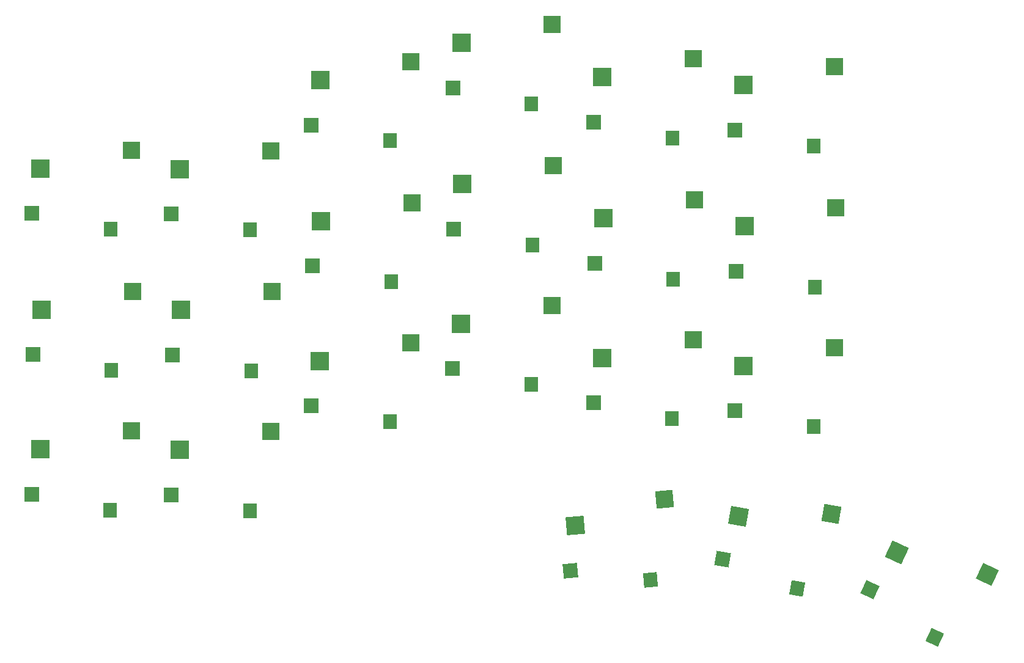
<source format=gbp>
%TF.GenerationSoftware,KiCad,Pcbnew,7.0.6*%
%TF.CreationDate,2023-08-11T19:56:51+07:00*%
%TF.ProjectId,keyboard_pcb,6b657962-6f61-4726-945f-7063622e6b69,rev1.0*%
%TF.SameCoordinates,Original*%
%TF.FileFunction,Paste,Bot*%
%TF.FilePolarity,Positive*%
%FSLAX46Y46*%
G04 Gerber Fmt 4.6, Leading zero omitted, Abs format (unit mm)*
G04 Created by KiCad (PCBNEW 7.0.6) date 2023-08-11 19:56:51*
%MOMM*%
%LPD*%
G01*
G04 APERTURE LIST*
G04 Aperture macros list*
%AMRotRect*
0 Rectangle, with rotation*
0 The origin of the aperture is its center*
0 $1 length*
0 $2 width*
0 $3 Rotation angle, in degrees counterclockwise*
0 Add horizontal line*
21,1,$1,$2,0,0,$3*%
G04 Aperture macros list end*
%ADD10R,2.400000X2.400000*%
%ADD11R,1.900000X2.000000*%
%ADD12R,2.500000X2.500000*%
%ADD13R,2.000000X2.000000*%
%ADD14RotRect,2.000000X2.000000X350.000000*%
%ADD15RotRect,2.500000X2.500000X350.000000*%
%ADD16RotRect,1.900000X2.000000X350.000000*%
%ADD17RotRect,2.400000X2.400000X350.000000*%
%ADD18RotRect,2.000000X2.000000X335.000000*%
%ADD19RotRect,2.500000X2.500000X335.000000*%
%ADD20RotRect,1.900000X2.000000X335.000000*%
%ADD21RotRect,2.400000X2.400000X335.000000*%
%ADD22RotRect,2.000000X2.000000X5.000000*%
%ADD23RotRect,2.500000X2.500000X5.000000*%
%ADD24RotRect,1.900000X2.000000X5.000000*%
%ADD25RotRect,2.400000X2.400000X5.000000*%
G04 APERTURE END LIST*
D10*
%TO.C,K03*%
X156576000Y-40894000D03*
D11*
X153676000Y-51874000D03*
D12*
X143976000Y-43434000D03*
D13*
X142776000Y-49674000D03*
%TD*%
D14*
%TO.C,K31*%
X180130559Y-114987238D03*
D15*
X182395893Y-109050416D03*
D16*
X190482937Y-119046581D03*
D17*
X195245537Y-108736971D03*
%TD*%
D18*
%TO.C,K32*%
X200596319Y-119210231D03*
D19*
X204321027Y-114062012D03*
D20*
X209545314Y-125810647D03*
D21*
X216813955Y-117084981D03*
%TD*%
D22*
%TO.C,K30*%
X159099699Y-116608382D03*
D23*
X159751281Y-110287540D03*
D24*
X170149964Y-117850013D03*
D25*
X172081959Y-106659043D03*
%TD*%
D10*
%TO.C,K25*%
X195630000Y-85664000D03*
D11*
X192730000Y-96644000D03*
D12*
X183030000Y-88204000D03*
D13*
X181830000Y-94444000D03*
%TD*%
D10*
%TO.C,K24*%
X176054000Y-84564000D03*
D11*
X173154000Y-95544000D03*
D12*
X163454000Y-87104000D03*
D13*
X162254000Y-93344000D03*
%TD*%
D10*
%TO.C,K23*%
X156530000Y-79818000D03*
D11*
X153630000Y-90798000D03*
D12*
X143930000Y-82358000D03*
D13*
X142730000Y-88598000D03*
%TD*%
D10*
%TO.C,K22*%
X136966000Y-84974000D03*
D11*
X134066000Y-95954000D03*
D12*
X124366000Y-87514000D03*
D13*
X123166000Y-93754000D03*
%TD*%
D10*
%TO.C,K21*%
X117567000Y-97310000D03*
D11*
X114667000Y-108290000D03*
D12*
X104967000Y-99850000D03*
D13*
X103767000Y-106090000D03*
%TD*%
D10*
%TO.C,K20*%
X98257000Y-97234000D03*
D11*
X95357000Y-108214000D03*
D12*
X85657000Y-99774000D03*
D13*
X84457000Y-106014000D03*
%TD*%
%TO.C,K15*%
X182004000Y-75074000D03*
D12*
X183204000Y-68834000D03*
D11*
X192904000Y-77274000D03*
D10*
X195804000Y-66294000D03*
%TD*%
D13*
%TO.C,K14*%
X162428000Y-73974000D03*
D12*
X163628000Y-67734000D03*
D11*
X173328000Y-76174000D03*
D10*
X176228000Y-65194000D03*
%TD*%
D13*
%TO.C,K13*%
X142904000Y-69228000D03*
D12*
X144104000Y-62988000D03*
D11*
X153804000Y-71428000D03*
D10*
X156704000Y-60448000D03*
%TD*%
D13*
%TO.C,K12*%
X123340000Y-74384000D03*
D12*
X124540000Y-68144000D03*
D11*
X134240000Y-76584000D03*
D10*
X137140000Y-65604000D03*
%TD*%
D13*
%TO.C,K11*%
X103941000Y-86720000D03*
D12*
X105141000Y-80480000D03*
D11*
X114841000Y-88920000D03*
D10*
X117741000Y-77940000D03*
%TD*%
D13*
%TO.C,K10*%
X84631000Y-86644000D03*
D12*
X85831000Y-80404000D03*
D11*
X95531000Y-88844000D03*
D10*
X98431000Y-77864000D03*
%TD*%
%TO.C,K05*%
X195676000Y-46740000D03*
D11*
X192776000Y-57720000D03*
D12*
X183076000Y-49280000D03*
D13*
X181876000Y-55520000D03*
%TD*%
D10*
%TO.C,K04*%
X176100000Y-45640000D03*
D11*
X173200000Y-56620000D03*
D12*
X163500000Y-48180000D03*
D13*
X162300000Y-54420000D03*
%TD*%
D10*
%TO.C,K02*%
X137012000Y-46050000D03*
D11*
X134112000Y-57030000D03*
D12*
X124412000Y-48590000D03*
D13*
X123212000Y-54830000D03*
%TD*%
D10*
%TO.C,K01*%
X117613000Y-58386000D03*
D11*
X114713000Y-69366000D03*
D12*
X105013000Y-60926000D03*
D13*
X103813000Y-67166000D03*
%TD*%
D10*
%TO.C,K00*%
X98303000Y-58310000D03*
D11*
X95403000Y-69290000D03*
D12*
X85703000Y-60850000D03*
D13*
X84503000Y-67090000D03*
%TD*%
M02*

</source>
